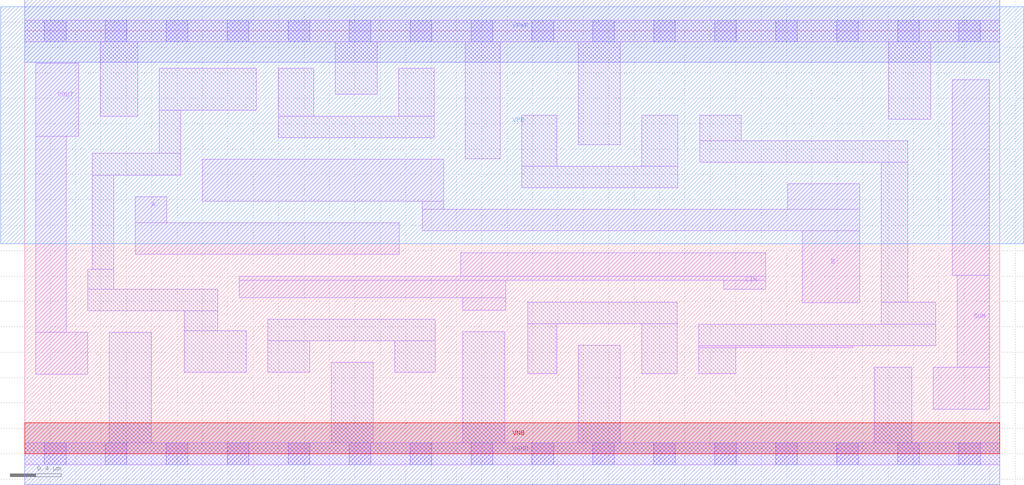
<source format=lef>
# Copyright 2020 The SkyWater PDK Authors
#
# Licensed under the Apache License, Version 2.0 (the "License");
# you may not use this file except in compliance with the License.
# You may obtain a copy of the License at
#
#     https://www.apache.org/licenses/LICENSE-2.0
#
# Unless required by applicable law or agreed to in writing, software
# distributed under the License is distributed on an "AS IS" BASIS,
# WITHOUT WARRANTIES OR CONDITIONS OF ANY KIND, either express or implied.
# See the License for the specific language governing permissions and
# limitations under the License.
#
# SPDX-License-Identifier: Apache-2.0

VERSION 5.7 ;
  NOWIREEXTENSIONATPIN ON ;
  DIVIDERCHAR "/" ;
  BUSBITCHARS "[]" ;
MACRO sky130_fd_sc_lp__fa_0
  CLASS CORE ;
  FOREIGN sky130_fd_sc_lp__fa_0 ;
  ORIGIN  0.000000  0.000000 ;
  SIZE  7.680000 BY  3.330000 ;
  SYMMETRY X Y R90 ;
  SITE unit ;
  PIN A
    ANTENNAGATEAREA  0.504000 ;
    DIRECTION INPUT ;
    USE SIGNAL ;
    PORT
      LAYER li1 ;
        RECT 0.870000 1.570000 2.950000 1.820000 ;
        RECT 0.870000 1.820000 1.120000 2.025000 ;
    END
  END A
  PIN B
    ANTENNAGATEAREA  0.504000 ;
    DIRECTION INPUT ;
    USE SIGNAL ;
    PORT
      LAYER li1 ;
        RECT 1.400000 1.990000 3.300000 2.320000 ;
        RECT 3.130000 1.755000 6.575000 1.925000 ;
        RECT 3.130000 1.925000 3.300000 1.990000 ;
        RECT 6.010000 1.925000 6.575000 2.125000 ;
        RECT 6.125000 1.190000 6.575000 1.755000 ;
    END
  END B
  PIN CIN
    ANTENNAGATEAREA  0.378000 ;
    DIRECTION INPUT ;
    USE SIGNAL ;
    PORT
      LAYER li1 ;
        RECT 1.690000 1.230000 3.790000 1.365000 ;
        RECT 1.690000 1.365000 5.835000 1.400000 ;
        RECT 3.435000 1.400000 5.835000 1.585000 ;
        RECT 3.450000 1.130000 3.790000 1.230000 ;
        RECT 5.505000 1.295000 5.835000 1.365000 ;
    END
  END CIN
  PIN COUT
    ANTENNADIFFAREA  0.280900 ;
    DIRECTION OUTPUT ;
    USE SIGNAL ;
    PORT
      LAYER li1 ;
        RECT 0.085000 0.625000 0.495000 0.955000 ;
        RECT 0.085000 0.955000 0.325000 2.500000 ;
        RECT 0.085000 2.500000 0.425000 3.075000 ;
    END
  END COUT
  PIN SUM
    ANTENNADIFFAREA  0.280900 ;
    DIRECTION OUTPUT ;
    USE SIGNAL ;
    PORT
      LAYER li1 ;
        RECT 7.155000 0.350000 7.595000 0.680000 ;
        RECT 7.305000 1.405000 7.595000 2.945000 ;
        RECT 7.345000 0.680000 7.595000 1.405000 ;
    END
  END SUM
  PIN VGND
    DIRECTION INOUT ;
    USE GROUND ;
    PORT
      LAYER met1 ;
        RECT 0.000000 -0.245000 7.680000 0.245000 ;
    END
  END VGND
  PIN VNB
    DIRECTION INOUT ;
    USE GROUND ;
    PORT
      LAYER pwell ;
        RECT 0.000000 0.000000 7.680000 0.245000 ;
    END
  END VNB
  PIN VPB
    DIRECTION INOUT ;
    USE POWER ;
    PORT
      LAYER nwell ;
        RECT -0.190000 1.655000 7.870000 3.520000 ;
    END
  END VPB
  PIN VPWR
    DIRECTION INOUT ;
    USE POWER ;
    PORT
      LAYER met1 ;
        RECT 0.000000 3.085000 7.680000 3.575000 ;
    END
  END VPWR
  OBS
    LAYER li1 ;
      RECT 0.000000 -0.085000 7.680000 0.085000 ;
      RECT 0.000000  3.245000 7.680000 3.415000 ;
      RECT 0.495000  1.125000 1.520000 1.295000 ;
      RECT 0.495000  1.295000 0.700000 1.455000 ;
      RECT 0.530000  1.455000 0.700000 2.195000 ;
      RECT 0.530000  2.195000 1.230000 2.365000 ;
      RECT 0.595000  2.660000 0.890000 3.245000 ;
      RECT 0.665000  0.085000 0.995000 0.955000 ;
      RECT 1.060000  2.365000 1.230000 2.705000 ;
      RECT 1.060000  2.705000 1.825000 3.035000 ;
      RECT 1.255000  0.640000 1.745000 0.970000 ;
      RECT 1.255000  0.970000 1.520000 1.125000 ;
      RECT 1.915000  0.640000 2.245000 0.890000 ;
      RECT 1.915000  0.890000 3.235000 1.060000 ;
      RECT 1.995000  2.490000 3.225000 2.660000 ;
      RECT 1.995000  2.660000 2.275000 3.035000 ;
      RECT 2.415000  0.085000 2.745000 0.720000 ;
      RECT 2.445000  2.830000 2.775000 3.245000 ;
      RECT 2.915000  0.640000 3.235000 0.890000 ;
      RECT 2.945000  2.660000 3.225000 3.035000 ;
      RECT 3.450000  0.085000 3.780000 0.960000 ;
      RECT 3.470000  2.325000 3.745000 3.245000 ;
      RECT 3.915000  2.095000 5.145000 2.265000 ;
      RECT 3.915000  2.265000 4.190000 2.665000 ;
      RECT 3.960000  0.630000 4.190000 1.025000 ;
      RECT 3.960000  1.025000 5.140000 1.195000 ;
      RECT 4.360000  0.085000 4.690000 0.855000 ;
      RECT 4.360000  2.435000 4.690000 3.245000 ;
      RECT 4.860000  0.630000 5.140000 1.025000 ;
      RECT 4.860000  2.265000 5.145000 2.665000 ;
      RECT 5.310000  0.630000 5.600000 0.835000 ;
      RECT 5.310000  0.835000 6.520000 0.850000 ;
      RECT 5.310000  0.850000 7.175000 1.020000 ;
      RECT 5.315000  2.295000 6.955000 2.465000 ;
      RECT 5.315000  2.465000 5.645000 2.665000 ;
      RECT 6.690000  0.085000 6.985000 0.680000 ;
      RECT 6.745000  1.020000 7.175000 1.195000 ;
      RECT 6.745000  1.195000 6.955000 2.295000 ;
      RECT 6.805000  2.635000 7.135000 3.245000 ;
    LAYER mcon ;
      RECT 0.155000 -0.085000 0.325000 0.085000 ;
      RECT 0.155000  3.245000 0.325000 3.415000 ;
      RECT 0.635000 -0.085000 0.805000 0.085000 ;
      RECT 0.635000  3.245000 0.805000 3.415000 ;
      RECT 1.115000 -0.085000 1.285000 0.085000 ;
      RECT 1.115000  3.245000 1.285000 3.415000 ;
      RECT 1.595000 -0.085000 1.765000 0.085000 ;
      RECT 1.595000  3.245000 1.765000 3.415000 ;
      RECT 2.075000 -0.085000 2.245000 0.085000 ;
      RECT 2.075000  3.245000 2.245000 3.415000 ;
      RECT 2.555000 -0.085000 2.725000 0.085000 ;
      RECT 2.555000  3.245000 2.725000 3.415000 ;
      RECT 3.035000 -0.085000 3.205000 0.085000 ;
      RECT 3.035000  3.245000 3.205000 3.415000 ;
      RECT 3.515000 -0.085000 3.685000 0.085000 ;
      RECT 3.515000  3.245000 3.685000 3.415000 ;
      RECT 3.995000 -0.085000 4.165000 0.085000 ;
      RECT 3.995000  3.245000 4.165000 3.415000 ;
      RECT 4.475000 -0.085000 4.645000 0.085000 ;
      RECT 4.475000  3.245000 4.645000 3.415000 ;
      RECT 4.955000 -0.085000 5.125000 0.085000 ;
      RECT 4.955000  3.245000 5.125000 3.415000 ;
      RECT 5.435000 -0.085000 5.605000 0.085000 ;
      RECT 5.435000  3.245000 5.605000 3.415000 ;
      RECT 5.915000 -0.085000 6.085000 0.085000 ;
      RECT 5.915000  3.245000 6.085000 3.415000 ;
      RECT 6.395000 -0.085000 6.565000 0.085000 ;
      RECT 6.395000  3.245000 6.565000 3.415000 ;
      RECT 6.875000 -0.085000 7.045000 0.085000 ;
      RECT 6.875000  3.245000 7.045000 3.415000 ;
      RECT 7.355000 -0.085000 7.525000 0.085000 ;
      RECT 7.355000  3.245000 7.525000 3.415000 ;
  END
END sky130_fd_sc_lp__fa_0
END LIBRARY

</source>
